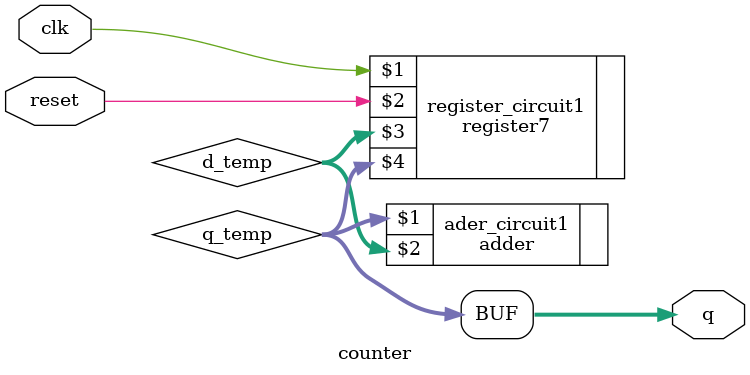
<source format=v>
module counter(input wire clk, input wire reset, output wire [6:0] q);
    wire [6:0] d_temp, q_temp;
    register7 register_circuit1(clk, reset, d_temp, q_temp); // state register
    adder ader_circuit1(q_temp, d_temp);                     // next state logic
    assign q = q_temp;                                       // output logic
endmodule
</source>
